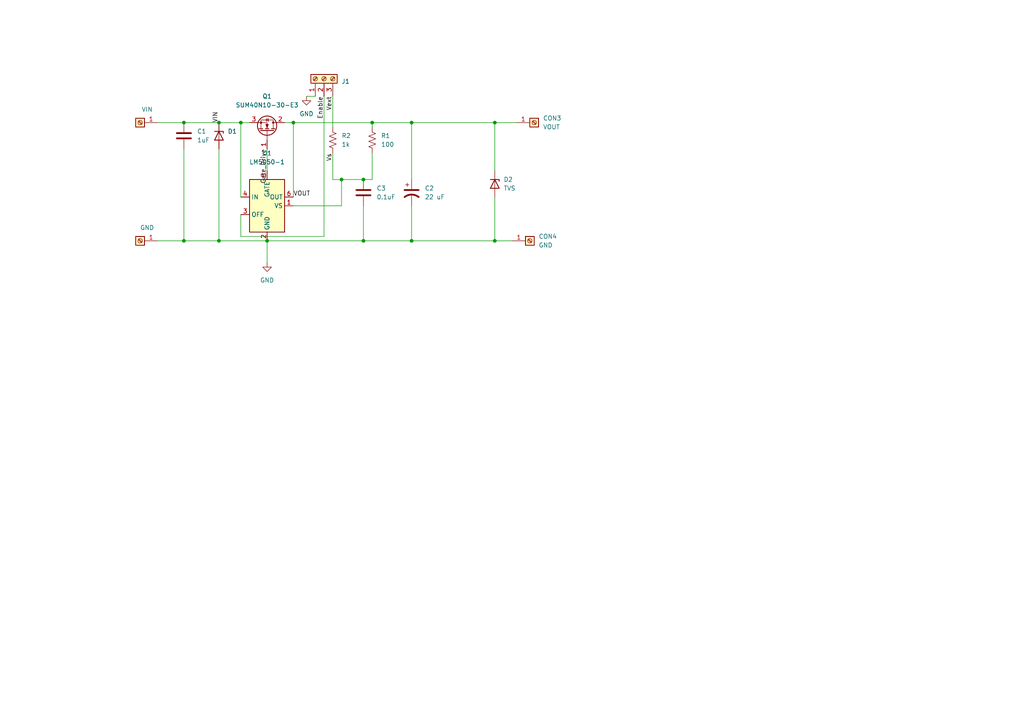
<source format=kicad_sch>
(kicad_sch
	(version 20231120)
	(generator "eeschema")
	(generator_version "8.0")
	(uuid "8ebbf97a-67d0-41db-be0c-70330c9ca5ce")
	(paper "A4")
	(lib_symbols
		(symbol "Connector:Screw_Terminal_01x01"
			(pin_names
				(offset 1.016) hide)
			(exclude_from_sim no)
			(in_bom yes)
			(on_board yes)
			(property "Reference" "J"
				(at 0 2.54 0)
				(effects
					(font
						(size 1.27 1.27)
					)
				)
			)
			(property "Value" "Screw_Terminal_01x01"
				(at 0 -2.54 0)
				(effects
					(font
						(size 1.27 1.27)
					)
				)
			)
			(property "Footprint" ""
				(at 0 0 0)
				(effects
					(font
						(size 1.27 1.27)
					)
					(hide yes)
				)
			)
			(property "Datasheet" "~"
				(at 0 0 0)
				(effects
					(font
						(size 1.27 1.27)
					)
					(hide yes)
				)
			)
			(property "Description" "Generic screw terminal, single row, 01x01, script generated (kicad-library-utils/schlib/autogen/connector/)"
				(at 0 0 0)
				(effects
					(font
						(size 1.27 1.27)
					)
					(hide yes)
				)
			)
			(property "ki_keywords" "screw terminal"
				(at 0 0 0)
				(effects
					(font
						(size 1.27 1.27)
					)
					(hide yes)
				)
			)
			(property "ki_fp_filters" "TerminalBlock*:*"
				(at 0 0 0)
				(effects
					(font
						(size 1.27 1.27)
					)
					(hide yes)
				)
			)
			(symbol "Screw_Terminal_01x01_1_1"
				(rectangle
					(start -1.27 1.27)
					(end 1.27 -1.27)
					(stroke
						(width 0.254)
						(type default)
					)
					(fill
						(type background)
					)
				)
				(polyline
					(pts
						(xy -0.5334 0.3302) (xy 0.3302 -0.508)
					)
					(stroke
						(width 0.1524)
						(type default)
					)
					(fill
						(type none)
					)
				)
				(polyline
					(pts
						(xy -0.3556 0.508) (xy 0.508 -0.3302)
					)
					(stroke
						(width 0.1524)
						(type default)
					)
					(fill
						(type none)
					)
				)
				(circle
					(center 0 0)
					(radius 0.635)
					(stroke
						(width 0.1524)
						(type default)
					)
					(fill
						(type none)
					)
				)
				(pin passive line
					(at -5.08 0 0)
					(length 3.81)
					(name "Pin_1"
						(effects
							(font
								(size 1.27 1.27)
							)
						)
					)
					(number "1"
						(effects
							(font
								(size 1.27 1.27)
							)
						)
					)
				)
			)
		)
		(symbol "Connector:Screw_Terminal_01x03"
			(pin_names
				(offset 1.016) hide)
			(exclude_from_sim no)
			(in_bom yes)
			(on_board yes)
			(property "Reference" "J"
				(at 0 5.08 0)
				(effects
					(font
						(size 1.27 1.27)
					)
				)
			)
			(property "Value" "Screw_Terminal_01x03"
				(at 0 -5.08 0)
				(effects
					(font
						(size 1.27 1.27)
					)
				)
			)
			(property "Footprint" ""
				(at 0 0 0)
				(effects
					(font
						(size 1.27 1.27)
					)
					(hide yes)
				)
			)
			(property "Datasheet" "~"
				(at 0 0 0)
				(effects
					(font
						(size 1.27 1.27)
					)
					(hide yes)
				)
			)
			(property "Description" "Generic screw terminal, single row, 01x03, script generated (kicad-library-utils/schlib/autogen/connector/)"
				(at 0 0 0)
				(effects
					(font
						(size 1.27 1.27)
					)
					(hide yes)
				)
			)
			(property "ki_keywords" "screw terminal"
				(at 0 0 0)
				(effects
					(font
						(size 1.27 1.27)
					)
					(hide yes)
				)
			)
			(property "ki_fp_filters" "TerminalBlock*:*"
				(at 0 0 0)
				(effects
					(font
						(size 1.27 1.27)
					)
					(hide yes)
				)
			)
			(symbol "Screw_Terminal_01x03_1_1"
				(rectangle
					(start -1.27 3.81)
					(end 1.27 -3.81)
					(stroke
						(width 0.254)
						(type default)
					)
					(fill
						(type background)
					)
				)
				(circle
					(center 0 -2.54)
					(radius 0.635)
					(stroke
						(width 0.1524)
						(type default)
					)
					(fill
						(type none)
					)
				)
				(polyline
					(pts
						(xy -0.5334 -2.2098) (xy 0.3302 -3.048)
					)
					(stroke
						(width 0.1524)
						(type default)
					)
					(fill
						(type none)
					)
				)
				(polyline
					(pts
						(xy -0.5334 0.3302) (xy 0.3302 -0.508)
					)
					(stroke
						(width 0.1524)
						(type default)
					)
					(fill
						(type none)
					)
				)
				(polyline
					(pts
						(xy -0.5334 2.8702) (xy 0.3302 2.032)
					)
					(stroke
						(width 0.1524)
						(type default)
					)
					(fill
						(type none)
					)
				)
				(polyline
					(pts
						(xy -0.3556 -2.032) (xy 0.508 -2.8702)
					)
					(stroke
						(width 0.1524)
						(type default)
					)
					(fill
						(type none)
					)
				)
				(polyline
					(pts
						(xy -0.3556 0.508) (xy 0.508 -0.3302)
					)
					(stroke
						(width 0.1524)
						(type default)
					)
					(fill
						(type none)
					)
				)
				(polyline
					(pts
						(xy -0.3556 3.048) (xy 0.508 2.2098)
					)
					(stroke
						(width 0.1524)
						(type default)
					)
					(fill
						(type none)
					)
				)
				(circle
					(center 0 0)
					(radius 0.635)
					(stroke
						(width 0.1524)
						(type default)
					)
					(fill
						(type none)
					)
				)
				(circle
					(center 0 2.54)
					(radius 0.635)
					(stroke
						(width 0.1524)
						(type default)
					)
					(fill
						(type none)
					)
				)
				(pin passive line
					(at -5.08 2.54 0)
					(length 3.81)
					(name "Pin_1"
						(effects
							(font
								(size 1.27 1.27)
							)
						)
					)
					(number "1"
						(effects
							(font
								(size 1.27 1.27)
							)
						)
					)
				)
				(pin passive line
					(at -5.08 0 0)
					(length 3.81)
					(name "Pin_2"
						(effects
							(font
								(size 1.27 1.27)
							)
						)
					)
					(number "2"
						(effects
							(font
								(size 1.27 1.27)
							)
						)
					)
				)
				(pin passive line
					(at -5.08 -2.54 0)
					(length 3.81)
					(name "Pin_3"
						(effects
							(font
								(size 1.27 1.27)
							)
						)
					)
					(number "3"
						(effects
							(font
								(size 1.27 1.27)
							)
						)
					)
				)
			)
		)
		(symbol "Device:C"
			(pin_numbers hide)
			(pin_names
				(offset 0.254)
			)
			(exclude_from_sim no)
			(in_bom yes)
			(on_board yes)
			(property "Reference" "C"
				(at 0.635 2.54 0)
				(effects
					(font
						(size 1.27 1.27)
					)
					(justify left)
				)
			)
			(property "Value" "C"
				(at 0.635 -2.54 0)
				(effects
					(font
						(size 1.27 1.27)
					)
					(justify left)
				)
			)
			(property "Footprint" ""
				(at 0.9652 -3.81 0)
				(effects
					(font
						(size 1.27 1.27)
					)
					(hide yes)
				)
			)
			(property "Datasheet" "~"
				(at 0 0 0)
				(effects
					(font
						(size 1.27 1.27)
					)
					(hide yes)
				)
			)
			(property "Description" "Unpolarized capacitor"
				(at 0 0 0)
				(effects
					(font
						(size 1.27 1.27)
					)
					(hide yes)
				)
			)
			(property "ki_keywords" "cap capacitor"
				(at 0 0 0)
				(effects
					(font
						(size 1.27 1.27)
					)
					(hide yes)
				)
			)
			(property "ki_fp_filters" "C_*"
				(at 0 0 0)
				(effects
					(font
						(size 1.27 1.27)
					)
					(hide yes)
				)
			)
			(symbol "C_0_1"
				(polyline
					(pts
						(xy -2.032 -0.762) (xy 2.032 -0.762)
					)
					(stroke
						(width 0.508)
						(type default)
					)
					(fill
						(type none)
					)
				)
				(polyline
					(pts
						(xy -2.032 0.762) (xy 2.032 0.762)
					)
					(stroke
						(width 0.508)
						(type default)
					)
					(fill
						(type none)
					)
				)
			)
			(symbol "C_1_1"
				(pin passive line
					(at 0 3.81 270)
					(length 2.794)
					(name "~"
						(effects
							(font
								(size 1.27 1.27)
							)
						)
					)
					(number "1"
						(effects
							(font
								(size 1.27 1.27)
							)
						)
					)
				)
				(pin passive line
					(at 0 -3.81 90)
					(length 2.794)
					(name "~"
						(effects
							(font
								(size 1.27 1.27)
							)
						)
					)
					(number "2"
						(effects
							(font
								(size 1.27 1.27)
							)
						)
					)
				)
			)
		)
		(symbol "Device:C_Polarized_US"
			(pin_numbers hide)
			(pin_names
				(offset 0.254) hide)
			(exclude_from_sim no)
			(in_bom yes)
			(on_board yes)
			(property "Reference" "C"
				(at 0.635 2.54 0)
				(effects
					(font
						(size 1.27 1.27)
					)
					(justify left)
				)
			)
			(property "Value" "C_Polarized_US"
				(at 0.635 -2.54 0)
				(effects
					(font
						(size 1.27 1.27)
					)
					(justify left)
				)
			)
			(property "Footprint" ""
				(at 0 0 0)
				(effects
					(font
						(size 1.27 1.27)
					)
					(hide yes)
				)
			)
			(property "Datasheet" "~"
				(at 0 0 0)
				(effects
					(font
						(size 1.27 1.27)
					)
					(hide yes)
				)
			)
			(property "Description" "Polarized capacitor, US symbol"
				(at 0 0 0)
				(effects
					(font
						(size 1.27 1.27)
					)
					(hide yes)
				)
			)
			(property "ki_keywords" "cap capacitor"
				(at 0 0 0)
				(effects
					(font
						(size 1.27 1.27)
					)
					(hide yes)
				)
			)
			(property "ki_fp_filters" "CP_*"
				(at 0 0 0)
				(effects
					(font
						(size 1.27 1.27)
					)
					(hide yes)
				)
			)
			(symbol "C_Polarized_US_0_1"
				(polyline
					(pts
						(xy -2.032 0.762) (xy 2.032 0.762)
					)
					(stroke
						(width 0.508)
						(type default)
					)
					(fill
						(type none)
					)
				)
				(polyline
					(pts
						(xy -1.778 2.286) (xy -0.762 2.286)
					)
					(stroke
						(width 0)
						(type default)
					)
					(fill
						(type none)
					)
				)
				(polyline
					(pts
						(xy -1.27 1.778) (xy -1.27 2.794)
					)
					(stroke
						(width 0)
						(type default)
					)
					(fill
						(type none)
					)
				)
				(arc
					(start 2.032 -1.27)
					(mid 0 -0.5572)
					(end -2.032 -1.27)
					(stroke
						(width 0.508)
						(type default)
					)
					(fill
						(type none)
					)
				)
			)
			(symbol "C_Polarized_US_1_1"
				(pin passive line
					(at 0 3.81 270)
					(length 2.794)
					(name "~"
						(effects
							(font
								(size 1.27 1.27)
							)
						)
					)
					(number "1"
						(effects
							(font
								(size 1.27 1.27)
							)
						)
					)
				)
				(pin passive line
					(at 0 -3.81 90)
					(length 3.302)
					(name "~"
						(effects
							(font
								(size 1.27 1.27)
							)
						)
					)
					(number "2"
						(effects
							(font
								(size 1.27 1.27)
							)
						)
					)
				)
			)
		)
		(symbol "Device:D_Zener"
			(pin_numbers hide)
			(pin_names
				(offset 1.016) hide)
			(exclude_from_sim no)
			(in_bom yes)
			(on_board yes)
			(property "Reference" "D"
				(at 0 2.54 0)
				(effects
					(font
						(size 1.27 1.27)
					)
				)
			)
			(property "Value" "D_Zener"
				(at 0 -2.54 0)
				(effects
					(font
						(size 1.27 1.27)
					)
				)
			)
			(property "Footprint" ""
				(at 0 0 0)
				(effects
					(font
						(size 1.27 1.27)
					)
					(hide yes)
				)
			)
			(property "Datasheet" "~"
				(at 0 0 0)
				(effects
					(font
						(size 1.27 1.27)
					)
					(hide yes)
				)
			)
			(property "Description" "Zener diode"
				(at 0 0 0)
				(effects
					(font
						(size 1.27 1.27)
					)
					(hide yes)
				)
			)
			(property "ki_keywords" "diode"
				(at 0 0 0)
				(effects
					(font
						(size 1.27 1.27)
					)
					(hide yes)
				)
			)
			(property "ki_fp_filters" "TO-???* *_Diode_* *SingleDiode* D_*"
				(at 0 0 0)
				(effects
					(font
						(size 1.27 1.27)
					)
					(hide yes)
				)
			)
			(symbol "D_Zener_0_1"
				(polyline
					(pts
						(xy 1.27 0) (xy -1.27 0)
					)
					(stroke
						(width 0)
						(type default)
					)
					(fill
						(type none)
					)
				)
				(polyline
					(pts
						(xy -1.27 -1.27) (xy -1.27 1.27) (xy -0.762 1.27)
					)
					(stroke
						(width 0.254)
						(type default)
					)
					(fill
						(type none)
					)
				)
				(polyline
					(pts
						(xy 1.27 -1.27) (xy 1.27 1.27) (xy -1.27 0) (xy 1.27 -1.27)
					)
					(stroke
						(width 0.254)
						(type default)
					)
					(fill
						(type none)
					)
				)
			)
			(symbol "D_Zener_1_1"
				(pin passive line
					(at -3.81 0 0)
					(length 2.54)
					(name "K"
						(effects
							(font
								(size 1.27 1.27)
							)
						)
					)
					(number "1"
						(effects
							(font
								(size 1.27 1.27)
							)
						)
					)
				)
				(pin passive line
					(at 3.81 0 180)
					(length 2.54)
					(name "A"
						(effects
							(font
								(size 1.27 1.27)
							)
						)
					)
					(number "2"
						(effects
							(font
								(size 1.27 1.27)
							)
						)
					)
				)
			)
		)
		(symbol "Device:Q_NMOS_GDS"
			(pin_names
				(offset 0) hide)
			(exclude_from_sim no)
			(in_bom yes)
			(on_board yes)
			(property "Reference" "Q"
				(at 5.08 1.27 0)
				(effects
					(font
						(size 1.27 1.27)
					)
					(justify left)
				)
			)
			(property "Value" "Q_NMOS_GDS"
				(at 5.08 -1.27 0)
				(effects
					(font
						(size 1.27 1.27)
					)
					(justify left)
				)
			)
			(property "Footprint" ""
				(at 5.08 2.54 0)
				(effects
					(font
						(size 1.27 1.27)
					)
					(hide yes)
				)
			)
			(property "Datasheet" "~"
				(at 0 0 0)
				(effects
					(font
						(size 1.27 1.27)
					)
					(hide yes)
				)
			)
			(property "Description" "N-MOSFET transistor, gate/drain/source"
				(at 0 0 0)
				(effects
					(font
						(size 1.27 1.27)
					)
					(hide yes)
				)
			)
			(property "ki_keywords" "transistor NMOS N-MOS N-MOSFET"
				(at 0 0 0)
				(effects
					(font
						(size 1.27 1.27)
					)
					(hide yes)
				)
			)
			(symbol "Q_NMOS_GDS_0_1"
				(polyline
					(pts
						(xy 0.254 0) (xy -2.54 0)
					)
					(stroke
						(width 0)
						(type default)
					)
					(fill
						(type none)
					)
				)
				(polyline
					(pts
						(xy 0.254 1.905) (xy 0.254 -1.905)
					)
					(stroke
						(width 0.254)
						(type default)
					)
					(fill
						(type none)
					)
				)
				(polyline
					(pts
						(xy 0.762 -1.27) (xy 0.762 -2.286)
					)
					(stroke
						(width 0.254)
						(type default)
					)
					(fill
						(type none)
					)
				)
				(polyline
					(pts
						(xy 0.762 0.508) (xy 0.762 -0.508)
					)
					(stroke
						(width 0.254)
						(type default)
					)
					(fill
						(type none)
					)
				)
				(polyline
					(pts
						(xy 0.762 2.286) (xy 0.762 1.27)
					)
					(stroke
						(width 0.254)
						(type default)
					)
					(fill
						(type none)
					)
				)
				(polyline
					(pts
						(xy 2.54 2.54) (xy 2.54 1.778)
					)
					(stroke
						(width 0)
						(type default)
					)
					(fill
						(type none)
					)
				)
				(polyline
					(pts
						(xy 2.54 -2.54) (xy 2.54 0) (xy 0.762 0)
					)
					(stroke
						(width 0)
						(type default)
					)
					(fill
						(type none)
					)
				)
				(polyline
					(pts
						(xy 0.762 -1.778) (xy 3.302 -1.778) (xy 3.302 1.778) (xy 0.762 1.778)
					)
					(stroke
						(width 0)
						(type default)
					)
					(fill
						(type none)
					)
				)
				(polyline
					(pts
						(xy 1.016 0) (xy 2.032 0.381) (xy 2.032 -0.381) (xy 1.016 0)
					)
					(stroke
						(width 0)
						(type default)
					)
					(fill
						(type outline)
					)
				)
				(polyline
					(pts
						(xy 2.794 0.508) (xy 2.921 0.381) (xy 3.683 0.381) (xy 3.81 0.254)
					)
					(stroke
						(width 0)
						(type default)
					)
					(fill
						(type none)
					)
				)
				(polyline
					(pts
						(xy 3.302 0.381) (xy 2.921 -0.254) (xy 3.683 -0.254) (xy 3.302 0.381)
					)
					(stroke
						(width 0)
						(type default)
					)
					(fill
						(type none)
					)
				)
				(circle
					(center 1.651 0)
					(radius 2.794)
					(stroke
						(width 0.254)
						(type default)
					)
					(fill
						(type none)
					)
				)
				(circle
					(center 2.54 -1.778)
					(radius 0.254)
					(stroke
						(width 0)
						(type default)
					)
					(fill
						(type outline)
					)
				)
				(circle
					(center 2.54 1.778)
					(radius 0.254)
					(stroke
						(width 0)
						(type default)
					)
					(fill
						(type outline)
					)
				)
			)
			(symbol "Q_NMOS_GDS_1_1"
				(pin input line
					(at -5.08 0 0)
					(length 2.54)
					(name "G"
						(effects
							(font
								(size 1.27 1.27)
							)
						)
					)
					(number "1"
						(effects
							(font
								(size 1.27 1.27)
							)
						)
					)
				)
				(pin passive line
					(at 2.54 5.08 270)
					(length 2.54)
					(name "D"
						(effects
							(font
								(size 1.27 1.27)
							)
						)
					)
					(number "2"
						(effects
							(font
								(size 1.27 1.27)
							)
						)
					)
				)
				(pin passive line
					(at 2.54 -5.08 90)
					(length 2.54)
					(name "S"
						(effects
							(font
								(size 1.27 1.27)
							)
						)
					)
					(number "3"
						(effects
							(font
								(size 1.27 1.27)
							)
						)
					)
				)
			)
		)
		(symbol "Device:R_US"
			(pin_numbers hide)
			(pin_names
				(offset 0)
			)
			(exclude_from_sim no)
			(in_bom yes)
			(on_board yes)
			(property "Reference" "R"
				(at 2.54 0 90)
				(effects
					(font
						(size 1.27 1.27)
					)
				)
			)
			(property "Value" "R_US"
				(at -2.54 0 90)
				(effects
					(font
						(size 1.27 1.27)
					)
				)
			)
			(property "Footprint" ""
				(at 1.016 -0.254 90)
				(effects
					(font
						(size 1.27 1.27)
					)
					(hide yes)
				)
			)
			(property "Datasheet" "~"
				(at 0 0 0)
				(effects
					(font
						(size 1.27 1.27)
					)
					(hide yes)
				)
			)
			(property "Description" "Resistor, US symbol"
				(at 0 0 0)
				(effects
					(font
						(size 1.27 1.27)
					)
					(hide yes)
				)
			)
			(property "ki_keywords" "R res resistor"
				(at 0 0 0)
				(effects
					(font
						(size 1.27 1.27)
					)
					(hide yes)
				)
			)
			(property "ki_fp_filters" "R_*"
				(at 0 0 0)
				(effects
					(font
						(size 1.27 1.27)
					)
					(hide yes)
				)
			)
			(symbol "R_US_0_1"
				(polyline
					(pts
						(xy 0 -2.286) (xy 0 -2.54)
					)
					(stroke
						(width 0)
						(type default)
					)
					(fill
						(type none)
					)
				)
				(polyline
					(pts
						(xy 0 2.286) (xy 0 2.54)
					)
					(stroke
						(width 0)
						(type default)
					)
					(fill
						(type none)
					)
				)
				(polyline
					(pts
						(xy 0 -0.762) (xy 1.016 -1.143) (xy 0 -1.524) (xy -1.016 -1.905) (xy 0 -2.286)
					)
					(stroke
						(width 0)
						(type default)
					)
					(fill
						(type none)
					)
				)
				(polyline
					(pts
						(xy 0 0.762) (xy 1.016 0.381) (xy 0 0) (xy -1.016 -0.381) (xy 0 -0.762)
					)
					(stroke
						(width 0)
						(type default)
					)
					(fill
						(type none)
					)
				)
				(polyline
					(pts
						(xy 0 2.286) (xy 1.016 1.905) (xy 0 1.524) (xy -1.016 1.143) (xy 0 0.762)
					)
					(stroke
						(width 0)
						(type default)
					)
					(fill
						(type none)
					)
				)
			)
			(symbol "R_US_1_1"
				(pin passive line
					(at 0 3.81 270)
					(length 1.27)
					(name "~"
						(effects
							(font
								(size 1.27 1.27)
							)
						)
					)
					(number "1"
						(effects
							(font
								(size 1.27 1.27)
							)
						)
					)
				)
				(pin passive line
					(at 0 -3.81 90)
					(length 1.27)
					(name "~"
						(effects
							(font
								(size 1.27 1.27)
							)
						)
					)
					(number "2"
						(effects
							(font
								(size 1.27 1.27)
							)
						)
					)
				)
			)
		)
		(symbol "Power_Management:LM5050-1"
			(exclude_from_sim no)
			(in_bom yes)
			(on_board yes)
			(property "Reference" "U"
				(at -5.08 8.89 0)
				(effects
					(font
						(size 1.27 1.27)
					)
				)
			)
			(property "Value" "LM5050-1"
				(at 1.27 8.89 0)
				(effects
					(font
						(size 1.27 1.27)
					)
					(justify left)
				)
			)
			(property "Footprint" "Package_TO_SOT_SMD:TSOT-23-6"
				(at 16.51 -8.89 0)
				(effects
					(font
						(size 1.27 1.27)
					)
					(hide yes)
				)
			)
			(property "Datasheet" "http://www.ti.com/lit/ds/symlink/lm5050-1-q1.pdf"
				(at 27.94 -1.27 0)
				(effects
					(font
						(size 1.27 1.27)
					)
					(hide yes)
				)
			)
			(property "Description" "High side OR-ing FET controller, 5V to 75V operation, TSOT-23-6"
				(at 0 0 0)
				(effects
					(font
						(size 1.27 1.27)
					)
					(hide yes)
				)
			)
			(property "ki_keywords" "positive high-side or-ing ideal-diode"
				(at 0 0 0)
				(effects
					(font
						(size 1.27 1.27)
					)
					(hide yes)
				)
			)
			(property "ki_fp_filters" "TSOT?23*"
				(at 0 0 0)
				(effects
					(font
						(size 1.27 1.27)
					)
					(hide yes)
				)
			)
			(symbol "LM5050-1_0_1"
				(rectangle
					(start -5.08 7.62)
					(end 5.08 -7.62)
					(stroke
						(width 0.254)
						(type default)
					)
					(fill
						(type background)
					)
				)
			)
			(symbol "LM5050-1_1_1"
				(pin passive line
					(at 7.62 0 180)
					(length 2.54)
					(name "VS"
						(effects
							(font
								(size 1.27 1.27)
							)
						)
					)
					(number "1"
						(effects
							(font
								(size 1.27 1.27)
							)
						)
					)
				)
				(pin power_in line
					(at 0 -10.16 90)
					(length 2.54)
					(name "GND"
						(effects
							(font
								(size 1.27 1.27)
							)
						)
					)
					(number "2"
						(effects
							(font
								(size 1.27 1.27)
							)
						)
					)
				)
				(pin input line
					(at -7.62 -2.54 0)
					(length 2.54)
					(name "OFF"
						(effects
							(font
								(size 1.27 1.27)
							)
						)
					)
					(number "3"
						(effects
							(font
								(size 1.27 1.27)
							)
						)
					)
				)
				(pin input line
					(at -7.62 2.54 0)
					(length 2.54)
					(name "IN"
						(effects
							(font
								(size 1.27 1.27)
							)
						)
					)
					(number "4"
						(effects
							(font
								(size 1.27 1.27)
							)
						)
					)
				)
				(pin output line
					(at 0 10.16 270)
					(length 2.54)
					(name "GATE"
						(effects
							(font
								(size 1.27 1.27)
							)
						)
					)
					(number "5"
						(effects
							(font
								(size 1.27 1.27)
							)
						)
					)
				)
				(pin input line
					(at 7.62 2.54 180)
					(length 2.54)
					(name "OUT"
						(effects
							(font
								(size 1.27 1.27)
							)
						)
					)
					(number "6"
						(effects
							(font
								(size 1.27 1.27)
							)
						)
					)
				)
			)
		)
		(symbol "power:GND"
			(power)
			(pin_names
				(offset 0)
			)
			(exclude_from_sim no)
			(in_bom yes)
			(on_board yes)
			(property "Reference" "#PWR"
				(at 0 -6.35 0)
				(effects
					(font
						(size 1.27 1.27)
					)
					(hide yes)
				)
			)
			(property "Value" "GND"
				(at 0 -3.81 0)
				(effects
					(font
						(size 1.27 1.27)
					)
				)
			)
			(property "Footprint" ""
				(at 0 0 0)
				(effects
					(font
						(size 1.27 1.27)
					)
					(hide yes)
				)
			)
			(property "Datasheet" ""
				(at 0 0 0)
				(effects
					(font
						(size 1.27 1.27)
					)
					(hide yes)
				)
			)
			(property "Description" "Power symbol creates a global label with name \"GND\" , ground"
				(at 0 0 0)
				(effects
					(font
						(size 1.27 1.27)
					)
					(hide yes)
				)
			)
			(property "ki_keywords" "power-flag"
				(at 0 0 0)
				(effects
					(font
						(size 1.27 1.27)
					)
					(hide yes)
				)
			)
			(symbol "GND_0_1"
				(polyline
					(pts
						(xy 0 0) (xy 0 -1.27) (xy 1.27 -1.27) (xy 0 -2.54) (xy -1.27 -1.27) (xy 0 -1.27)
					)
					(stroke
						(width 0)
						(type default)
					)
					(fill
						(type none)
					)
				)
			)
			(symbol "GND_1_1"
				(pin power_in line
					(at 0 0 270)
					(length 0) hide
					(name "GND"
						(effects
							(font
								(size 1.27 1.27)
							)
						)
					)
					(number "1"
						(effects
							(font
								(size 1.27 1.27)
							)
						)
					)
				)
			)
		)
	)
	(junction
		(at 53.34 35.56)
		(diameter 0.9144)
		(color 0 0 0 0)
		(uuid "1e77eab0-5ede-4762-8bc9-186220e90cfb")
	)
	(junction
		(at 99.06 52.07)
		(diameter 0.9144)
		(color 0 0 0 0)
		(uuid "73d4bede-169c-4dd4-8749-d89e03d3611d")
	)
	(junction
		(at 53.34 69.85)
		(diameter 0.9144)
		(color 0 0 0 0)
		(uuid "7d89e06f-9ab8-4af1-867a-b9cbaa2bb7e8")
	)
	(junction
		(at 143.51 69.85)
		(diameter 0.9144)
		(color 0 0 0 0)
		(uuid "88dbaaaf-e010-4f5c-bb16-e6be9768b734")
	)
	(junction
		(at 77.47 69.85)
		(diameter 0.9144)
		(color 0 0 0 0)
		(uuid "aa092e52-ac7b-416a-8e08-939c04ea711b")
	)
	(junction
		(at 85.09 35.56)
		(diameter 0.9144)
		(color 0 0 0 0)
		(uuid "b6901578-bf4e-495c-bbc0-42150f58c29d")
	)
	(junction
		(at 69.85 35.56)
		(diameter 0.9144)
		(color 0 0 0 0)
		(uuid "c4980e27-2cf3-4fe9-b741-61cc4d98b1fc")
	)
	(junction
		(at 63.5 35.56)
		(diameter 0.9144)
		(color 0 0 0 0)
		(uuid "c9eba151-9afd-4fcd-aa2a-95237e5c0050")
	)
	(junction
		(at 143.51 35.56)
		(diameter 0.9144)
		(color 0 0 0 0)
		(uuid "ce126832-e0ae-487a-b976-153b004c5d96")
	)
	(junction
		(at 107.95 35.56)
		(diameter 0.9144)
		(color 0 0 0 0)
		(uuid "e81e4b03-6c69-410e-b24c-208313b0697e")
	)
	(junction
		(at 63.5 69.85)
		(diameter 0.9144)
		(color 0 0 0 0)
		(uuid "eb113170-40f9-4a85-a0de-2dafacc7ef7a")
	)
	(junction
		(at 105.41 52.07)
		(diameter 0.9144)
		(color 0 0 0 0)
		(uuid "ec75bc05-0e8a-4015-ae4a-b8d2d8f37a63")
	)
	(junction
		(at 105.41 69.85)
		(diameter 0.9144)
		(color 0 0 0 0)
		(uuid "ee804cc7-d195-4228-93bc-e463bd7e4c59")
	)
	(junction
		(at 119.38 35.56)
		(diameter 0.9144)
		(color 0 0 0 0)
		(uuid "eeac77f8-fd1a-438e-b03c-14148a288bde")
	)
	(junction
		(at 119.38 69.85)
		(diameter 0.9144)
		(color 0 0 0 0)
		(uuid "feee020e-90b5-4f16-b0e4-7db139fec649")
	)
	(wire
		(pts
			(xy 69.85 62.23) (xy 69.85 68.58)
		)
		(stroke
			(width 0)
			(type solid)
		)
		(uuid "06a74ae1-21fc-434e-ae15-0aad633803cb")
	)
	(wire
		(pts
			(xy 93.98 27.94) (xy 93.98 68.58)
		)
		(stroke
			(width 0)
			(type solid)
		)
		(uuid "06a74ae1-21fc-434e-ae15-0aad633803cc")
	)
	(wire
		(pts
			(xy 93.98 68.58) (xy 69.85 68.58)
		)
		(stroke
			(width 0)
			(type solid)
		)
		(uuid "06a74ae1-21fc-434e-ae15-0aad633803cd")
	)
	(wire
		(pts
			(xy 85.09 59.69) (xy 99.06 59.69)
		)
		(stroke
			(width 0)
			(type solid)
		)
		(uuid "09a4821d-0dd8-4c8a-abca-1c813c3f7255")
	)
	(wire
		(pts
			(xy 99.06 52.07) (xy 105.41 52.07)
		)
		(stroke
			(width 0)
			(type solid)
		)
		(uuid "09a4821d-0dd8-4c8a-abca-1c813c3f7256")
	)
	(wire
		(pts
			(xy 99.06 59.69) (xy 99.06 52.07)
		)
		(stroke
			(width 0)
			(type solid)
		)
		(uuid "09a4821d-0dd8-4c8a-abca-1c813c3f7257")
	)
	(wire
		(pts
			(xy 77.47 69.85) (xy 77.47 76.2)
		)
		(stroke
			(width 0)
			(type solid)
		)
		(uuid "1adeaf2e-8d24-43e1-80a5-586d15fe8d76")
	)
	(wire
		(pts
			(xy 77.47 43.18) (xy 77.47 49.53)
		)
		(stroke
			(width 0)
			(type solid)
		)
		(uuid "27b5ae4b-ac16-4802-8d09-74e78d76f2e6")
	)
	(wire
		(pts
			(xy 82.55 35.56) (xy 85.09 35.56)
		)
		(stroke
			(width 0)
			(type solid)
		)
		(uuid "2e44c7fb-d2be-4081-b9ad-182c15ad66a1")
	)
	(wire
		(pts
			(xy 85.09 35.56) (xy 107.95 35.56)
		)
		(stroke
			(width 0)
			(type solid)
		)
		(uuid "2e44c7fb-d2be-4081-b9ad-182c15ad66a2")
	)
	(wire
		(pts
			(xy 107.95 36.83) (xy 107.95 35.56)
		)
		(stroke
			(width 0)
			(type solid)
		)
		(uuid "2e44c7fb-d2be-4081-b9ad-182c15ad66a3")
	)
	(wire
		(pts
			(xy 63.5 69.85) (xy 63.5 43.18)
		)
		(stroke
			(width 0)
			(type solid)
		)
		(uuid "2f1898a2-22a7-45b5-9242-8d222079989b")
	)
	(wire
		(pts
			(xy 77.47 69.85) (xy 63.5 69.85)
		)
		(stroke
			(width 0)
			(type solid)
		)
		(uuid "2f1898a2-22a7-45b5-9242-8d222079989c")
	)
	(wire
		(pts
			(xy 96.52 44.45) (xy 96.52 52.07)
		)
		(stroke
			(width 0)
			(type solid)
		)
		(uuid "300eea0c-f463-4874-ac9b-605d190c6fcf")
	)
	(wire
		(pts
			(xy 96.52 52.07) (xy 99.06 52.07)
		)
		(stroke
			(width 0)
			(type solid)
		)
		(uuid "300eea0c-f463-4874-ac9b-605d190c6fd0")
	)
	(wire
		(pts
			(xy 119.38 69.85) (xy 143.51 69.85)
		)
		(stroke
			(width 0)
			(type solid)
		)
		(uuid "33738588-9240-4f51-bed3-a1e4e5633d79")
	)
	(wire
		(pts
			(xy 143.51 69.85) (xy 143.51 57.15)
		)
		(stroke
			(width 0)
			(type solid)
		)
		(uuid "33738588-9240-4f51-bed3-a1e4e5633d7a")
	)
	(wire
		(pts
			(xy 77.47 69.85) (xy 105.41 69.85)
		)
		(stroke
			(width 0)
			(type solid)
		)
		(uuid "425e3146-0c1a-4ff1-8024-fb53647114c4")
	)
	(wire
		(pts
			(xy 105.41 69.85) (xy 105.41 59.69)
		)
		(stroke
			(width 0)
			(type solid)
		)
		(uuid "425e3146-0c1a-4ff1-8024-fb53647114c5")
	)
	(wire
		(pts
			(xy 143.51 69.85) (xy 148.59 69.85)
		)
		(stroke
			(width 0)
			(type solid)
		)
		(uuid "65cd6795-75fd-487e-9f40-f298442a9235")
	)
	(wire
		(pts
			(xy 53.34 35.56) (xy 63.5 35.56)
		)
		(stroke
			(width 0)
			(type solid)
		)
		(uuid "7c3d763c-8d36-4f4d-81c7-a91b95e067eb")
	)
	(wire
		(pts
			(xy 45.72 69.85) (xy 53.34 69.85)
		)
		(stroke
			(width 0)
			(type solid)
		)
		(uuid "8450ce8a-0bcc-4576-839f-11d2dc5a62be")
	)
	(wire
		(pts
			(xy 143.51 35.56) (xy 149.86 35.56)
		)
		(stroke
			(width 0)
			(type solid)
		)
		(uuid "8afe17c2-dafd-46d9-a4b8-798dc3e3eaed")
	)
	(wire
		(pts
			(xy 88.9 27.94) (xy 91.44 27.94)
		)
		(stroke
			(width 0)
			(type default)
		)
		(uuid "915bfe23-ce0f-4fb6-93bb-3bdf0df9ae09")
	)
	(wire
		(pts
			(xy 53.34 43.18) (xy 53.34 69.85)
		)
		(stroke
			(width 0)
			(type solid)
		)
		(uuid "a86a6248-ac93-49d0-87c2-09bcdac9052b")
	)
	(wire
		(pts
			(xy 53.34 69.85) (xy 63.5 69.85)
		)
		(stroke
			(width 0)
			(type solid)
		)
		(uuid "a86a6248-ac93-49d0-87c2-09bcdac9052c")
	)
	(wire
		(pts
			(xy 85.09 57.15) (xy 85.09 35.56)
		)
		(stroke
			(width 0)
			(type solid)
		)
		(uuid "aa90a413-aaa4-4a71-8b17-d6433f958499")
	)
	(wire
		(pts
			(xy 63.5 35.56) (xy 69.85 35.56)
		)
		(stroke
			(width 0)
			(type solid)
		)
		(uuid "afad2aae-3557-458a-a252-79dab27c838b")
	)
	(wire
		(pts
			(xy 107.95 35.56) (xy 119.38 35.56)
		)
		(stroke
			(width 0)
			(type solid)
		)
		(uuid "b3c36407-7e89-4350-81fc-3aedf85614c2")
	)
	(wire
		(pts
			(xy 119.38 35.56) (xy 119.38 52.07)
		)
		(stroke
			(width 0)
			(type solid)
		)
		(uuid "b3c36407-7e89-4350-81fc-3aedf85614c3")
	)
	(wire
		(pts
			(xy 105.41 52.07) (xy 107.95 52.07)
		)
		(stroke
			(width 0)
			(type solid)
		)
		(uuid "b5c480b8-c242-4b00-8f52-0eafe170e372")
	)
	(wire
		(pts
			(xy 107.95 52.07) (xy 107.95 44.45)
		)
		(stroke
			(width 0)
			(type solid)
		)
		(uuid "b5c480b8-c242-4b00-8f52-0eafe170e373")
	)
	(wire
		(pts
			(xy 143.51 35.56) (xy 119.38 35.56)
		)
		(stroke
			(width 0)
			(type solid)
		)
		(uuid "bce7ca56-a136-4063-ba10-e01b82fe5aa4")
	)
	(wire
		(pts
			(xy 143.51 49.53) (xy 143.51 35.56)
		)
		(stroke
			(width 0)
			(type solid)
		)
		(uuid "bce7ca56-a136-4063-ba10-e01b82fe5aa5")
	)
	(wire
		(pts
			(xy 69.85 35.56) (xy 69.85 57.15)
		)
		(stroke
			(width 0)
			(type solid)
		)
		(uuid "c24cc492-98e3-4edf-9e36-5f2db850abf4")
	)
	(wire
		(pts
			(xy 72.39 35.56) (xy 69.85 35.56)
		)
		(stroke
			(width 0)
			(type solid)
		)
		(uuid "c24cc492-98e3-4edf-9e36-5f2db850abf5")
	)
	(wire
		(pts
			(xy 45.72 35.56) (xy 53.34 35.56)
		)
		(stroke
			(width 0)
			(type solid)
		)
		(uuid "cd768aba-bfe6-4bf1-8143-8f094ac063a1")
	)
	(wire
		(pts
			(xy 119.38 59.69) (xy 119.38 69.85)
		)
		(stroke
			(width 0)
			(type solid)
		)
		(uuid "d962e957-644a-400b-b75b-1045400fe36d")
	)
	(wire
		(pts
			(xy 119.38 69.85) (xy 105.41 69.85)
		)
		(stroke
			(width 0)
			(type solid)
		)
		(uuid "d962e957-644a-400b-b75b-1045400fe36e")
	)
	(wire
		(pts
			(xy 96.52 27.94) (xy 96.52 36.83)
		)
		(stroke
			(width 0)
			(type solid)
		)
		(uuid "dd7fc00a-ecf3-4237-aac4-f50a0457c459")
	)
	(label "Vext"
		(at 96.52 27.94 270)
		(fields_autoplaced yes)
		(effects
			(font
				(size 1.27 1.27)
			)
			(justify right bottom)
		)
		(uuid "9fb61f08-897a-438f-855b-e8aa68d2eb87")
	)
	(label "VIN"
		(at 63.5 35.56 90)
		(fields_autoplaced yes)
		(effects
			(font
				(size 1.27 1.27)
			)
			(justify left bottom)
		)
		(uuid "a4602b45-3f77-4900-a01b-209f2019f6c0")
	)
	(label "VOUT"
		(at 85.09 57.15 0)
		(fields_autoplaced yes)
		(effects
			(font
				(size 1.27 1.27)
			)
			(justify left bottom)
		)
		(uuid "ac1e484f-c23b-4ecd-8a2c-1348a30399d9")
	)
	(label "Gate_Drive"
		(at 77.47 43.18 270)
		(fields_autoplaced yes)
		(effects
			(font
				(size 1.27 1.27)
			)
			(justify right bottom)
		)
		(uuid "d2672f79-7022-49d3-85d1-710b22fa5d60")
	)
	(label "Enable"
		(at 93.98 27.94 270)
		(fields_autoplaced yes)
		(effects
			(font
				(size 1.27 1.27)
			)
			(justify right bottom)
		)
		(uuid "e0e35a88-c804-4194-bfbb-e4b91c19d108")
	)
	(label "Vs"
		(at 96.52 44.45 270)
		(fields_autoplaced yes)
		(effects
			(font
				(size 1.27 1.27)
			)
			(justify right bottom)
		)
		(uuid "eaf3c648-da77-43ba-ae78-ac864930ff63")
	)
	(symbol
		(lib_id "Connector:Screw_Terminal_01x01")
		(at 154.94 35.56 0)
		(unit 1)
		(exclude_from_sim no)
		(in_bom yes)
		(on_board yes)
		(dnp no)
		(fields_autoplaced yes)
		(uuid "04ee230c-42d6-40d6-8c8f-1f33584d4fda")
		(property "Reference" "CON3"
			(at 157.48 34.2899 0)
			(effects
				(font
					(size 1.27 1.27)
				)
				(justify left)
			)
		)
		(property "Value" "VOUT"
			(at 157.48 36.8299 0)
			(effects
				(font
					(size 1.27 1.27)
				)
				(justify left)
			)
		)
		(property "Footprint" "Connector:keystone_7808"
			(at 154.94 35.56 0)
			(effects
				(font
					(size 1.27 1.27)
				)
				(hide yes)
			)
		)
		(property "Datasheet" "~"
			(at 154.94 35.56 0)
			(effects
				(font
					(size 1.27 1.27)
				)
				(hide yes)
			)
		)
		(property "Description" ""
			(at 154.94 35.56 0)
			(effects
				(font
					(size 1.27 1.27)
				)
				(hide yes)
			)
		)
		(pin "1"
			(uuid "1ba1f968-ccbe-4de3-8133-311d62354ad1")
		)
		(instances
			(project "Reverse Polarity Protection"
				(path "/8ebbf97a-67d0-41db-be0c-70330c9ca5ce"
					(reference "CON3")
					(unit 1)
				)
			)
		)
	)
	(symbol
		(lib_id "Device:C")
		(at 53.34 39.37 180)
		(unit 1)
		(exclude_from_sim no)
		(in_bom yes)
		(on_board yes)
		(dnp no)
		(fields_autoplaced yes)
		(uuid "0f206df6-f781-4d10-b45e-191d9dcb219b")
		(property "Reference" "C1"
			(at 57.15 38.0999 0)
			(effects
				(font
					(size 1.27 1.27)
				)
				(justify right)
			)
		)
		(property "Value" "1uF"
			(at 57.15 40.6399 0)
			(effects
				(font
					(size 1.27 1.27)
				)
				(justify right)
			)
		)
		(property "Footprint" "Capacitor_SMD:C_1825_4564Metric_Pad1.57x6.80mm_HandSolder"
			(at 52.3748 35.56 0)
			(effects
				(font
					(size 1.27 1.27)
				)
				(hide yes)
			)
		)
		(property "Datasheet" "~"
			(at 53.34 39.37 0)
			(effects
				(font
					(size 1.27 1.27)
				)
				(hide yes)
			)
		)
		(property "Description" ""
			(at 53.34 39.37 0)
			(effects
				(font
					(size 1.27 1.27)
				)
				(hide yes)
			)
		)
		(property "Voltage" "100V"
			(at 53.34 39.37 0)
			(effects
				(font
					(size 1.27 1.27)
				)
				(justify right)
				(hide yes)
			)
		)
		(pin "1"
			(uuid "553e2cf5-3802-4e00-9188-c35829255da3")
		)
		(pin "2"
			(uuid "63cfb907-4131-4b48-936f-11e2e5fb9f91")
		)
		(instances
			(project "Reverse Polarity Protection"
				(path "/8ebbf97a-67d0-41db-be0c-70330c9ca5ce"
					(reference "C1")
					(unit 1)
				)
			)
		)
	)
	(symbol
		(lib_id "Connector:Screw_Terminal_01x01")
		(at 40.64 69.85 180)
		(unit 1)
		(exclude_from_sim no)
		(in_bom yes)
		(on_board yes)
		(dnp no)
		(fields_autoplaced yes)
		(uuid "12e120f7-0139-4639-b4b2-dc731a40dfa8")
		(property "Reference" "CON2"
			(at 42.672 63.5 0)
			(effects
				(font
					(size 1.27 1.27)
				)
				(hide yes)
			)
		)
		(property "Value" "GND"
			(at 42.672 66.04 0)
			(effects
				(font
					(size 1.27 1.27)
				)
			)
		)
		(property "Footprint" "Connector:keystone_7808"
			(at 40.64 69.85 0)
			(effects
				(font
					(size 1.27 1.27)
				)
				(hide yes)
			)
		)
		(property "Datasheet" "~"
			(at 40.64 69.85 0)
			(effects
				(font
					(size 1.27 1.27)
				)
				(hide yes)
			)
		)
		(property "Description" ""
			(at 40.64 69.85 0)
			(effects
				(font
					(size 1.27 1.27)
				)
				(hide yes)
			)
		)
		(pin "1"
			(uuid "2a4d552b-47f2-4a83-a294-048c2e428054")
		)
		(instances
			(project "Reverse Polarity Protection"
				(path "/8ebbf97a-67d0-41db-be0c-70330c9ca5ce"
					(reference "CON2")
					(unit 1)
				)
			)
		)
	)
	(symbol
		(lib_id "Connector:Screw_Terminal_01x01")
		(at 40.64 35.56 180)
		(unit 1)
		(exclude_from_sim no)
		(in_bom yes)
		(on_board yes)
		(dnp no)
		(fields_autoplaced yes)
		(uuid "249fb7e8-cc37-436f-9cb6-99bfe8c53fdc")
		(property "Reference" "CON1"
			(at 42.672 29.21 0)
			(effects
				(font
					(size 1.27 1.27)
				)
				(hide yes)
			)
		)
		(property "Value" "VIN"
			(at 42.672 31.75 0)
			(effects
				(font
					(size 1.27 1.27)
				)
			)
		)
		(property "Footprint" "Connector:keystone_7808"
			(at 40.64 35.56 0)
			(effects
				(font
					(size 1.27 1.27)
				)
				(hide yes)
			)
		)
		(property "Datasheet" "~"
			(at 40.64 35.56 0)
			(effects
				(font
					(size 1.27 1.27)
				)
				(hide yes)
			)
		)
		(property "Description" ""
			(at 40.64 35.56 0)
			(effects
				(font
					(size 1.27 1.27)
				)
				(hide yes)
			)
		)
		(pin "1"
			(uuid "a57d94f8-59cb-4f60-8df7-ba22db69752c")
		)
		(instances
			(project "Reverse Polarity Protection"
				(path "/8ebbf97a-67d0-41db-be0c-70330c9ca5ce"
					(reference "CON1")
					(unit 1)
				)
			)
		)
	)
	(symbol
		(lib_id "Connector:Screw_Terminal_01x01")
		(at 153.67 69.85 0)
		(unit 1)
		(exclude_from_sim no)
		(in_bom yes)
		(on_board yes)
		(dnp no)
		(fields_autoplaced yes)
		(uuid "49a93ae3-5853-4f68-9f24-447caf125f21")
		(property "Reference" "CON4"
			(at 156.21 68.5799 0)
			(effects
				(font
					(size 1.27 1.27)
				)
				(justify left)
			)
		)
		(property "Value" "GND"
			(at 156.21 71.1199 0)
			(effects
				(font
					(size 1.27 1.27)
				)
				(justify left)
			)
		)
		(property "Footprint" "Connector:keystone_7808"
			(at 153.67 69.85 0)
			(effects
				(font
					(size 1.27 1.27)
				)
				(hide yes)
			)
		)
		(property "Datasheet" "~"
			(at 153.67 69.85 0)
			(effects
				(font
					(size 1.27 1.27)
				)
				(hide yes)
			)
		)
		(property "Description" ""
			(at 153.67 69.85 0)
			(effects
				(font
					(size 1.27 1.27)
				)
				(hide yes)
			)
		)
		(pin "1"
			(uuid "cd461b51-7dc3-4d99-b9f6-02386ca48734")
		)
		(instances
			(project "Reverse Polarity Protection"
				(path "/8ebbf97a-67d0-41db-be0c-70330c9ca5ce"
					(reference "CON4")
					(unit 1)
				)
			)
		)
	)
	(symbol
		(lib_id "Device:C_Polarized_US")
		(at 119.38 55.88 0)
		(unit 1)
		(exclude_from_sim no)
		(in_bom yes)
		(on_board yes)
		(dnp no)
		(fields_autoplaced yes)
		(uuid "4daf8c8e-1de2-4f45-a4ac-6a0fc797c75f")
		(property "Reference" "C2"
			(at 123.19 54.6099 0)
			(effects
				(font
					(size 1.27 1.27)
				)
				(justify left)
			)
		)
		(property "Value" "22 uF"
			(at 123.19 57.1499 0)
			(effects
				(font
					(size 1.27 1.27)
				)
				(justify left)
			)
		)
		(property "Footprint" "Capacitor_SMD:C_Elec_10x10.2"
			(at 119.38 55.88 0)
			(effects
				(font
					(size 1.27 1.27)
				)
				(hide yes)
			)
		)
		(property "Datasheet" "~"
			(at 119.38 55.88 0)
			(effects
				(font
					(size 1.27 1.27)
				)
				(hide yes)
			)
		)
		(property "Description" ""
			(at 119.38 55.88 0)
			(effects
				(font
					(size 1.27 1.27)
				)
				(hide yes)
			)
		)
		(pin "1"
			(uuid "b1bc5bcb-c26a-4361-a81a-29fa979d0001")
		)
		(pin "2"
			(uuid "a7379f34-4457-48a8-95bf-56affa7ce95f")
		)
		(instances
			(project "Reverse Polarity Protection"
				(path "/8ebbf97a-67d0-41db-be0c-70330c9ca5ce"
					(reference "C2")
					(unit 1)
				)
			)
		)
	)
	(symbol
		(lib_id "Power_Management:LM5050-1")
		(at 77.47 59.69 0)
		(unit 1)
		(exclude_from_sim no)
		(in_bom yes)
		(on_board yes)
		(dnp no)
		(fields_autoplaced yes)
		(uuid "4f564032-7d31-4f25-9f5f-cbb61a1e31f3")
		(property "Reference" "U1"
			(at 77.47 44.45 0)
			(effects
				(font
					(size 1.27 1.27)
				)
			)
		)
		(property "Value" "LM5050-1"
			(at 77.47 46.99 0)
			(effects
				(font
					(size 1.27 1.27)
				)
			)
		)
		(property "Footprint" "Package_TO_SOT_SMD:TSOT-23-6"
			(at 93.98 68.58 0)
			(effects
				(font
					(size 1.27 1.27)
				)
				(hide yes)
			)
		)
		(property "Datasheet" "http://www.ti.com/lit/ds/symlink/lm5050-1-q1.pdf"
			(at 105.41 60.96 0)
			(effects
				(font
					(size 1.27 1.27)
				)
				(hide yes)
			)
		)
		(property "Description" ""
			(at 77.47 59.69 0)
			(effects
				(font
					(size 1.27 1.27)
				)
				(hide yes)
			)
		)
		(pin "1"
			(uuid "46dc8d68-474e-42a2-a450-32f0173fa71d")
		)
		(pin "2"
			(uuid "8577010d-4ea3-4d3f-bc84-4dc49de35d94")
		)
		(pin "3"
			(uuid "6dfde3e1-3ebd-4cd9-bb9b-8b915660fd69")
		)
		(pin "4"
			(uuid "cec675ca-b7c3-4244-ab3f-b1b240001d27")
		)
		(pin "5"
			(uuid "fb99d280-8346-4518-87ce-bd4fd577e227")
		)
		(pin "6"
			(uuid "520cd59b-4a9f-49da-974c-b78d262e2eb7")
		)
		(instances
			(project "Reverse Polarity Protection"
				(path "/8ebbf97a-67d0-41db-be0c-70330c9ca5ce"
					(reference "U1")
					(unit 1)
				)
			)
		)
	)
	(symbol
		(lib_id "Device:D_Zener")
		(at 143.51 53.34 270)
		(unit 1)
		(exclude_from_sim no)
		(in_bom yes)
		(on_board yes)
		(dnp no)
		(fields_autoplaced yes)
		(uuid "5a39a98e-662f-484d-b8ac-825069bfa395")
		(property "Reference" "D2"
			(at 146.05 52.0699 90)
			(effects
				(font
					(size 1.27 1.27)
				)
				(justify left)
			)
		)
		(property "Value" "TVS"
			(at 146.05 54.6099 90)
			(effects
				(font
					(size 1.27 1.27)
				)
				(justify left)
			)
		)
		(property "Footprint" "Diode_SMD:D_SMA-SMB_Universal_Handsoldering"
			(at 143.51 53.34 0)
			(effects
				(font
					(size 1.27 1.27)
				)
				(hide yes)
			)
		)
		(property "Datasheet" "~"
			(at 143.51 53.34 0)
			(effects
				(font
					(size 1.27 1.27)
				)
				(hide yes)
			)
		)
		(property "Description" ""
			(at 143.51 53.34 0)
			(effects
				(font
					(size 1.27 1.27)
				)
				(hide yes)
			)
		)
		(pin "1"
			(uuid "f7c8fb37-a797-4a23-a336-29d697ce335b")
		)
		(pin "2"
			(uuid "63b72b12-9e21-4dc4-8513-aff0d307bc02")
		)
		(instances
			(project "Reverse Polarity Protection"
				(path "/8ebbf97a-67d0-41db-be0c-70330c9ca5ce"
					(reference "D2")
					(unit 1)
				)
			)
		)
	)
	(symbol
		(lib_id "Device:R_US")
		(at 107.95 40.64 0)
		(unit 1)
		(exclude_from_sim no)
		(in_bom yes)
		(on_board yes)
		(dnp no)
		(fields_autoplaced yes)
		(uuid "613ebe9d-e0ba-4a47-b711-2b2739664cdb")
		(property "Reference" "R1"
			(at 110.49 39.3699 0)
			(effects
				(font
					(size 1.27 1.27)
				)
				(justify left)
			)
		)
		(property "Value" "100"
			(at 110.49 41.9099 0)
			(effects
				(font
					(size 1.27 1.27)
				)
				(justify left)
			)
		)
		(property "Footprint" "Resistor_SMD:R_0603_1608Metric_Pad0.98x0.95mm_HandSolder"
			(at 108.966 40.894 90)
			(effects
				(font
					(size 1.27 1.27)
				)
				(hide yes)
			)
		)
		(property "Datasheet" "~"
			(at 107.95 40.64 0)
			(effects
				(font
					(size 1.27 1.27)
				)
				(hide yes)
			)
		)
		(property "Description" ""
			(at 107.95 40.64 0)
			(effects
				(font
					(size 1.27 1.27)
				)
				(hide yes)
			)
		)
		(pin "1"
			(uuid "f98ce072-a2c1-4304-999f-41bc2ba47e87")
		)
		(pin "2"
			(uuid "f936c3b9-a73d-4afa-8d61-908f38f756cd")
		)
		(instances
			(project "Reverse Polarity Protection"
				(path "/8ebbf97a-67d0-41db-be0c-70330c9ca5ce"
					(reference "R1")
					(unit 1)
				)
			)
		)
	)
	(symbol
		(lib_id "power:GND")
		(at 77.47 76.2 0)
		(unit 1)
		(exclude_from_sim no)
		(in_bom yes)
		(on_board yes)
		(dnp no)
		(fields_autoplaced yes)
		(uuid "7207392c-c005-4713-bdb7-a979ab520f7d")
		(property "Reference" "#PWR0101"
			(at 77.47 82.55 0)
			(effects
				(font
					(size 1.27 1.27)
				)
				(hide yes)
			)
		)
		(property "Value" "GND"
			(at 77.47 81.28 0)
			(effects
				(font
					(size 1.27 1.27)
				)
			)
		)
		(property "Footprint" ""
			(at 77.47 76.2 0)
			(effects
				(font
					(size 1.27 1.27)
				)
				(hide yes)
			)
		)
		(property "Datasheet" ""
			(at 77.47 76.2 0)
			(effects
				(font
					(size 1.27 1.27)
				)
				(hide yes)
			)
		)
		(property "Description" ""
			(at 77.47 76.2 0)
			(effects
				(font
					(size 1.27 1.27)
				)
				(hide yes)
			)
		)
		(pin "1"
			(uuid "62cc4029-6ebe-4c86-90ff-2fd94f9f61fa")
		)
		(instances
			(project "Reverse Polarity Protection"
				(path "/8ebbf97a-67d0-41db-be0c-70330c9ca5ce"
					(reference "#PWR0101")
					(unit 1)
				)
			)
		)
	)
	(symbol
		(lib_id "Device:R_US")
		(at 96.52 40.64 0)
		(unit 1)
		(exclude_from_sim no)
		(in_bom yes)
		(on_board yes)
		(dnp no)
		(fields_autoplaced yes)
		(uuid "72865971-6f52-4cb0-be68-3467fb9fbd79")
		(property "Reference" "R2"
			(at 99.06 39.3699 0)
			(effects
				(font
					(size 1.27 1.27)
				)
				(justify left)
			)
		)
		(property "Value" "1k"
			(at 99.06 41.9099 0)
			(effects
				(font
					(size 1.27 1.27)
				)
				(justify left)
			)
		)
		(property "Footprint" "Resistor_SMD:R_0603_1608Metric_Pad0.98x0.95mm_HandSolder"
			(at 97.536 40.894 90)
			(effects
				(font
					(size 1.27 1.27)
				)
				(hide yes)
			)
		)
		(property "Datasheet" "~"
			(at 96.52 40.64 0)
			(effects
				(font
					(size 1.27 1.27)
				)
				(hide yes)
			)
		)
		(property "Description" ""
			(at 96.52 40.64 0)
			(effects
				(font
					(size 1.27 1.27)
				)
				(hide yes)
			)
		)
		(pin "1"
			(uuid "efcc7878-ec76-4573-bff8-87bd4b512dba")
		)
		(pin "2"
			(uuid "daf4a766-6793-41d6-bbfc-25955cce0471")
		)
		(instances
			(project "Reverse Polarity Protection"
				(path "/8ebbf97a-67d0-41db-be0c-70330c9ca5ce"
					(reference "R2")
					(unit 1)
				)
			)
		)
	)
	(symbol
		(lib_id "Connector:Screw_Terminal_01x03")
		(at 93.98 22.86 90)
		(unit 1)
		(exclude_from_sim no)
		(in_bom yes)
		(on_board yes)
		(dnp no)
		(fields_autoplaced yes)
		(uuid "8dc6bddf-53aa-44c5-bfe9-bbfb40183446")
		(property "Reference" "J1"
			(at 99.06 23.6219 90)
			(effects
				(font
					(size 1.27 1.27)
				)
				(justify right)
			)
		)
		(property "Value" "Screw_Terminal_01x02"
			(at 99.06 26.1619 90)
			(effects
				(font
					(size 1.27 1.27)
				)
				(justify right)
				(hide yes)
			)
		)
		(property "Footprint" "Connector_PinHeader_1.00mm:PinHeader_1x03_P1.00mm_Vertical"
			(at 93.98 22.86 0)
			(effects
				(font
					(size 1.27 1.27)
				)
				(hide yes)
			)
		)
		(property "Datasheet" "~"
			(at 93.98 22.86 0)
			(effects
				(font
					(size 1.27 1.27)
				)
				(hide yes)
			)
		)
		(property "Description" ""
			(at 93.98 22.86 0)
			(effects
				(font
					(size 1.27 1.27)
				)
				(hide yes)
			)
		)
		(pin "1"
			(uuid "73a328fe-f0ec-455a-94e8-caac71bc8c3e")
		)
		(pin "2"
			(uuid "042a37a8-6727-4ce3-86d5-6eb3643072c4")
		)
		(pin "3"
			(uuid "38c1da37-2c6b-4648-9d6f-0aede58c019c")
		)
		(instances
			(project "Reverse Polarity Protection"
				(path "/8ebbf97a-67d0-41db-be0c-70330c9ca5ce"
					(reference "J1")
					(unit 1)
				)
			)
		)
	)
	(symbol
		(lib_id "power:GND")
		(at 88.9 27.94 0)
		(unit 1)
		(exclude_from_sim no)
		(in_bom yes)
		(on_board yes)
		(dnp no)
		(fields_autoplaced yes)
		(uuid "e3629bbd-67bb-4786-b867-f790594abcca")
		(property "Reference" "#PWR0102"
			(at 88.9 34.29 0)
			(effects
				(font
					(size 1.27 1.27)
				)
				(hide yes)
			)
		)
		(property "Value" "GND"
			(at 88.9 33.02 0)
			(effects
				(font
					(size 1.27 1.27)
				)
			)
		)
		(property "Footprint" ""
			(at 88.9 27.94 0)
			(effects
				(font
					(size 1.27 1.27)
				)
				(hide yes)
			)
		)
		(property "Datasheet" ""
			(at 88.9 27.94 0)
			(effects
				(font
					(size 1.27 1.27)
				)
				(hide yes)
			)
		)
		(property "Description" ""
			(at 88.9 27.94 0)
			(effects
				(font
					(size 1.27 1.27)
				)
				(hide yes)
			)
		)
		(pin "1"
			(uuid "81768ede-2dc6-4a9f-bde2-bd7a6c53789f")
		)
		(instances
			(project "Reverse Polarity Protection"
				(path "/8ebbf97a-67d0-41db-be0c-70330c9ca5ce"
					(reference "#PWR0102")
					(unit 1)
				)
			)
		)
	)
	(symbol
		(lib_id "Device:Q_NMOS_GDS")
		(at 77.47 38.1 270)
		(mirror x)
		(unit 1)
		(exclude_from_sim no)
		(in_bom yes)
		(on_board yes)
		(dnp no)
		(fields_autoplaced yes)
		(uuid "e6d516a7-27b7-4d44-936d-8bdc782ec868")
		(property "Reference" "Q1"
			(at 77.47 27.94 90)
			(effects
				(font
					(size 1.27 1.27)
				)
			)
		)
		(property "Value" "SUM40N10-30-E3"
			(at 77.47 30.48 90)
			(effects
				(font
					(size 1.27 1.27)
				)
			)
		)
		(property "Footprint" "Package_TO_SOT_SMD:TO-263-2"
			(at 80.01 33.02 0)
			(effects
				(font
					(size 1.27 1.27)
				)
				(hide yes)
			)
		)
		(property "Datasheet" "~"
			(at 77.47 38.1 0)
			(effects
				(font
					(size 1.27 1.27)
				)
				(hide yes)
			)
		)
		(property "Description" ""
			(at 77.47 38.1 0)
			(effects
				(font
					(size 1.27 1.27)
				)
				(hide yes)
			)
		)
		(pin "1"
			(uuid "5ba14a43-2536-443f-8d02-bdb92a586572")
		)
		(pin "2"
			(uuid "28ea4b73-faac-41b5-a251-9aca4d1b4a44")
		)
		(pin "3"
			(uuid "67ce6336-761c-4bfc-84d7-2e540b69fbe2")
		)
		(instances
			(project "Reverse Polarity Protection"
				(path "/8ebbf97a-67d0-41db-be0c-70330c9ca5ce"
					(reference "Q1")
					(unit 1)
				)
			)
		)
	)
	(symbol
		(lib_id "Device:C")
		(at 105.41 55.88 0)
		(unit 1)
		(exclude_from_sim no)
		(in_bom yes)
		(on_board yes)
		(dnp no)
		(fields_autoplaced yes)
		(uuid "ed20cb3b-3b9e-43aa-9ea1-7265c3516c15")
		(property "Reference" "C3"
			(at 109.22 54.6099 0)
			(effects
				(font
					(size 1.27 1.27)
				)
				(justify left)
			)
		)
		(property "Value" "0.1uF"
			(at 109.22 57.1499 0)
			(effects
				(font
					(size 1.27 1.27)
				)
				(justify left)
			)
		)
		(property "Footprint" "Capacitor_SMD:C_0805_2012Metric_Pad1.18x1.45mm_HandSolder"
			(at 106.3752 59.69 0)
			(effects
				(font
					(size 1.27 1.27)
				)
				(hide yes)
			)
		)
		(property "Datasheet" "~"
			(at 105.41 55.88 0)
			(effects
				(font
					(size 1.27 1.27)
				)
				(hide yes)
			)
		)
		(property "Description" ""
			(at 105.41 55.88 0)
			(effects
				(font
					(size 1.27 1.27)
				)
				(hide yes)
			)
		)
		(pin "1"
			(uuid "5f8fa124-c745-4c5c-9af4-009028729d9e")
		)
		(pin "2"
			(uuid "3d6fbfcf-83dc-460b-8d30-9d41852b6a79")
		)
		(instances
			(project "Reverse Polarity Protection"
				(path "/8ebbf97a-67d0-41db-be0c-70330c9ca5ce"
					(reference "C3")
					(unit 1)
				)
			)
		)
	)
	(symbol
		(lib_id "Device:D_Zener")
		(at 63.5 39.37 270)
		(unit 1)
		(exclude_from_sim no)
		(in_bom yes)
		(on_board yes)
		(dnp no)
		(fields_autoplaced yes)
		(uuid "f3d2eae7-94ae-4b31-99a6-7fca2bb4146a")
		(property "Reference" "D1"
			(at 66.04 38.0999 90)
			(effects
				(font
					(size 1.27 1.27)
				)
				(justify left)
			)
		)
		(property "Value" "SS16T3G"
			(at 66.04 40.6399 90)
			(effects
				(font
					(size 1.27 1.27)
				)
				(justify left)
				(hide yes)
			)
		)
		(property "Footprint" "Diode_SMD:D_SMA-SMB_Universal_Handsoldering"
			(at 63.5 39.37 0)
			(effects
				(font
					(size 1.27 1.27)
				)
				(hide yes)
			)
		)
		(property "Datasheet" "~"
			(at 63.5 39.37 0)
			(effects
				(font
					(size 1.27 1.27)
				)
				(hide yes)
			)
		)
		(property "Description" ""
			(at 63.5 39.37 0)
			(effects
				(font
					(size 1.27 1.27)
				)
				(hide yes)
			)
		)
		(pin "1"
			(uuid "c6ed05ef-ca80-41eb-b873-c6d38521ee11")
		)
		(pin "2"
			(uuid "b9a07bb3-6e56-47cc-ac4b-8420674c93af")
		)
		(instances
			(project "Reverse Polarity Protection"
				(path "/8ebbf97a-67d0-41db-be0c-70330c9ca5ce"
					(reference "D1")
					(unit 1)
				)
			)
		)
	)
	(sheet_instances
		(path "/"
			(page "1")
		)
	)
)
</source>
